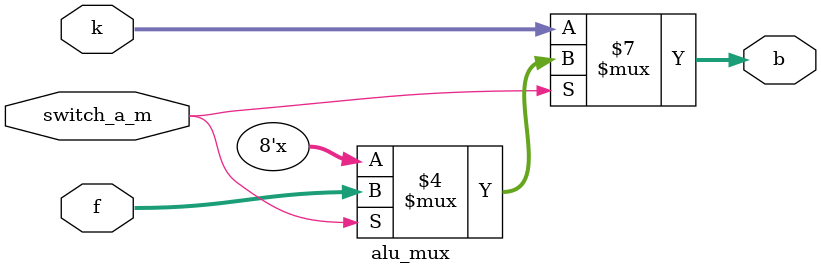
<source format=sv>
module alu_mux (output logic [7:0] b,
  input logic [7:0] k, f,
  input logic switch_a_m);

  always @ (k or f or switch_a_m) begin
    if (switch_a_m == 0) begin
      b <= k;
    end else if (switch_a_m == 1) begin
      b <= f;
    end
  end
endmodule //alu_mux

</source>
